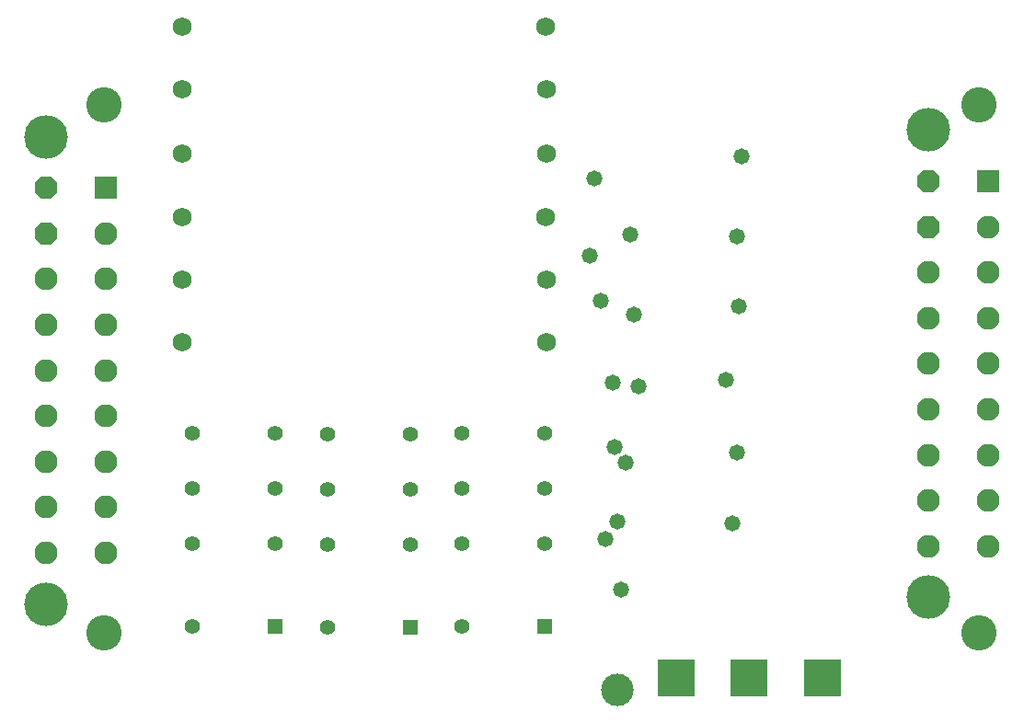
<source format=gbs>
G04*
G04 #@! TF.GenerationSoftware,Altium Limited,Altium Designer,21.8.1 (53)*
G04*
G04 Layer_Color=16711935*
%FSLAX25Y25*%
%MOIN*%
G70*
G04*
G04 #@! TF.SameCoordinates,729F89BC-3EE5-4BC6-91F8-0038CAF30645*
G04*
G04*
G04 #@! TF.FilePolarity,Negative*
G04*
G01*
G75*
%ADD26C,0.08300*%
%ADD27R,0.08300X0.08300*%
%ADD28P,0.08984X8X202.5*%
%ADD29C,0.06800*%
%ADD30C,0.11811*%
%ADD31R,0.13189X0.13189*%
%ADD32C,0.05512*%
%ADD33R,0.05512X0.05512*%
%ADD34C,0.15800*%
%ADD35C,0.05800*%
%ADD36C,0.12800*%
D26*
X363800Y74840D02*
D03*
Y91380D02*
D03*
Y107920D02*
D03*
Y124460D02*
D03*
Y141000D02*
D03*
Y157540D02*
D03*
Y174080D02*
D03*
Y190620D02*
D03*
X342100Y74840D02*
D03*
Y91380D02*
D03*
Y107920D02*
D03*
Y124460D02*
D03*
Y141000D02*
D03*
Y157540D02*
D03*
Y174080D02*
D03*
X22400Y171700D02*
D03*
Y155160D02*
D03*
Y138620D02*
D03*
Y122080D02*
D03*
Y105540D02*
D03*
Y89000D02*
D03*
Y72460D02*
D03*
X44100Y188240D02*
D03*
Y171700D02*
D03*
Y155160D02*
D03*
Y138620D02*
D03*
Y122080D02*
D03*
Y105540D02*
D03*
Y89000D02*
D03*
Y72460D02*
D03*
D27*
X363800Y207160D02*
D03*
X44100Y204780D02*
D03*
D28*
X342100Y190620D02*
D03*
Y207160D02*
D03*
X22400Y204780D02*
D03*
Y188240D02*
D03*
D29*
X203600Y148800D02*
D03*
X71700D02*
D03*
X203600Y171400D02*
D03*
X71700D02*
D03*
X203400Y194000D02*
D03*
X71500D02*
D03*
X203600Y240500D02*
D03*
X71700D02*
D03*
X203400Y263200D02*
D03*
X71500D02*
D03*
X203540Y217300D02*
D03*
X71640D02*
D03*
D30*
X229484Y22969D02*
D03*
D31*
X250744Y27300D02*
D03*
X277122D02*
D03*
X303500D02*
D03*
D32*
X173000Y75700D02*
D03*
Y95700D02*
D03*
Y115700D02*
D03*
X203000D02*
D03*
Y95700D02*
D03*
Y75700D02*
D03*
X173000Y45700D02*
D03*
X124188Y75448D02*
D03*
Y95448D02*
D03*
Y115448D02*
D03*
X154188D02*
D03*
Y95448D02*
D03*
Y75448D02*
D03*
X124188Y45448D02*
D03*
X75375Y75700D02*
D03*
Y95700D02*
D03*
Y115700D02*
D03*
X105375D02*
D03*
Y95700D02*
D03*
Y75700D02*
D03*
X75375Y45700D02*
D03*
D33*
X203000D02*
D03*
X154188Y45448D02*
D03*
X105375Y45700D02*
D03*
D34*
X22400Y53980D02*
D03*
Y223280D02*
D03*
X342100Y56360D02*
D03*
Y225660D02*
D03*
D35*
X274400Y216100D02*
D03*
X232400Y105200D02*
D03*
X229300Y83700D02*
D03*
X225000Y77400D02*
D03*
X221000Y208100D02*
D03*
X235200Y158700D02*
D03*
X223400Y163700D02*
D03*
X237000Y132800D02*
D03*
X271100Y83000D02*
D03*
X272700Y108900D02*
D03*
X272600Y187300D02*
D03*
X273400Y161900D02*
D03*
X268600Y135100D02*
D03*
X230700Y59100D02*
D03*
X228400Y110700D02*
D03*
X227800Y134100D02*
D03*
X233900Y187700D02*
D03*
X219300Y180100D02*
D03*
D36*
X43200Y234850D02*
D03*
X360400Y43350D02*
D03*
Y234850D02*
D03*
X43200Y43350D02*
D03*
M02*

</source>
